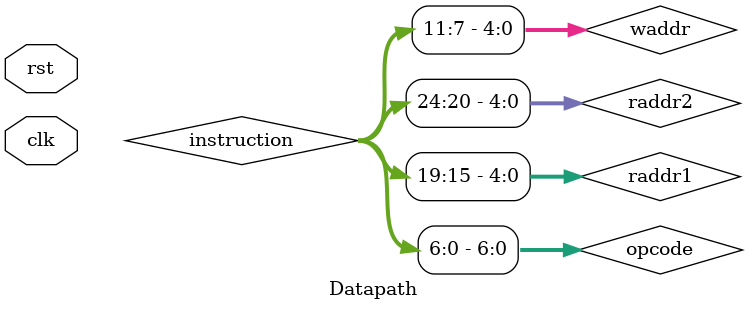
<source format=sv>
module Datapath(
    input logic clk, rst
);
    logic [31:0] PC_out, sign_extended, instruction, ALU_result, rdata, rdata1, rdata2, wdata;
    logic [31:0] sel_input_A, sel_input_B;
    logic [4:0] raddr1, raddr2, waddr;
    logic [6:0] opcode;
    logic [3:0] alu_op;
    logic [2:0] br_type;
    logic [1:0] wb_sel;
    logic reg_wr, rd_en, wr_en, br_taken, sel_A, sel_B;

    always_comb begin 

        opcode = instruction[6:0];
        raddr1 = instruction[19:15];
        raddr2 = instruction[24:20];
        waddr = instruction[11:7];

        sel_input_A = sel_A ? rdata1 : PC_out;
        sel_input_B = sel_B ? sign_extended : rdata2;
        
    end
    
    PC pc_0(clk, rst, br_taken, ALU_result, PC_out);
    Instruction_Memory inst_mem_0(PC_out, instruction);
    Register_File reg_file_0(clk, reg_wr, raddr1, raddr2, waddr, wdata, rdata1, rdata2);
    ALU alu_0(alu_op, sel_input_A , sel_input_B, ALU_result);
    Data_Memory data_mem_0(clk, wr_en, rd_en, ALU_result, rdata2, rdata);
    Branch_Condition branch_condition_0(br_type, rdata1, rdata2, br_taken);
    Write_Back_Mux write_back_mux_0(wb_sel, ALU_result, rdata, PC_out, wdata);
    Immediate_Generator immediate_generator_0(instruction, sign_extended);
    Controller controller_0(instruction, reg_wr, rd_en, wr_en, sel_A, sel_B, wb_sel, alu_op, br_type);

endmodule
</source>
